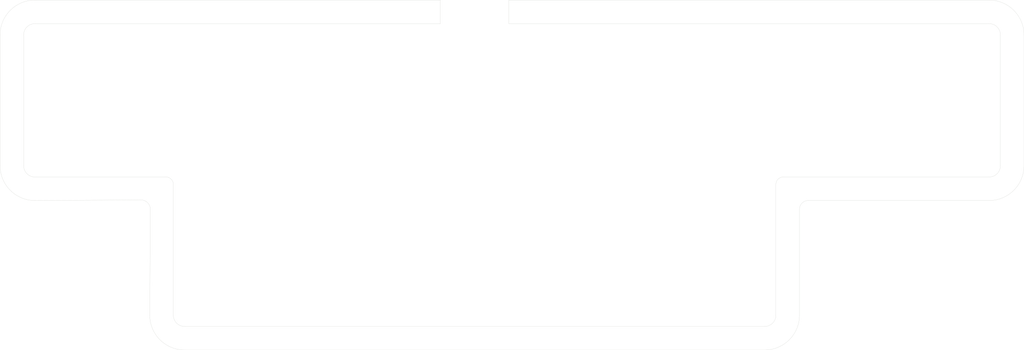
<source format=kicad_pcb>
(kicad_pcb (version 20210228) (generator pcbnew)

  (general
    (thickness 1.6)
  )

  (paper "A4")
  (layers
    (0 "F.Cu" signal)
    (31 "B.Cu" signal)
    (32 "B.Adhes" user "B.Adhesive")
    (33 "F.Adhes" user "F.Adhesive")
    (34 "B.Paste" user)
    (35 "F.Paste" user)
    (36 "B.SilkS" user "B.Silkscreen")
    (37 "F.SilkS" user "F.Silkscreen")
    (38 "B.Mask" user)
    (39 "F.Mask" user)
    (40 "Dwgs.User" user "User.Drawings")
    (41 "Cmts.User" user "User.Comments")
    (42 "Eco1.User" user "User.Eco1")
    (43 "Eco2.User" user "User.Eco2")
    (44 "Edge.Cuts" user)
    (45 "Margin" user)
    (46 "B.CrtYd" user "B.Courtyard")
    (47 "F.CrtYd" user "F.Courtyard")
    (48 "B.Fab" user)
    (49 "F.Fab" user)
  )

  (setup
    (pad_to_mask_clearance 0)
    (pcbplotparams
      (layerselection 0x00010f0_ffffffff)
      (disableapertmacros false)
      (usegerberextensions true)
      (usegerberattributes false)
      (usegerberadvancedattributes false)
      (creategerberjobfile false)
      (svguseinch false)
      (svgprecision 6)
      (excludeedgelayer true)
      (plotframeref false)
      (viasonmask false)
      (mode 1)
      (useauxorigin false)
      (hpglpennumber 1)
      (hpglpenspeed 20)
      (hpglpendiameter 15.000000)
      (dxfpolygonmode true)
      (dxfimperialunits true)
      (dxfusepcbnewfont true)
      (psnegative false)
      (psa4output false)
      (plotreference true)
      (plotvalue true)
      (plotinvisibletext false)
      (sketchpadsonfab false)
      (subtractmaskfromsilk true)
      (outputformat 1)
      (mirror false)
      (drillshape 0)
      (scaleselection 1)
      (outputdirectory "Gerbers/")
    )
  )


  (net 0 "")

  (gr_arc (start 30.1625 62.70625) (end 30.1625 59.825) (angle -90) (layer "Edge.Cuts") (width 0.05) (tstamp 11766efd-eaed-4954-800e-104b2619663c))
  (gr_line (start 59.38125 134.14375) (end 59.53125 107.15625) (layer "Edge.Cuts") (width 0.05) (tstamp 1a772004-d76e-47cc-a827-154c065b0f13))
  (gr_arc (start 273.05 62.70625) (end 281.93125 62.70625) (angle -90) (layer "Edge.Cuts") (width 0.05) (tstamp 1b8a67ca-0b6f-4ff0-a00d-3e7c744ba0e0))
  (gr_arc (start 215.9 134.14375) (end 215.9 137.025) (angle -90) (layer "Edge.Cuts") (width 0.05) (tstamp 1eaf7fac-22ee-4c12-948f-e8aae355b0e0))
  (gr_arc (start 273.05 96.04375) (end 273.05 98.925) (angle -90) (layer "Edge.Cuts") (width 0.05) (tstamp 1f828edc-09b8-47a6-8a21-5ff4fa7117fa))
  (gr_line (start 215.9 143.025) (end 68.2625 143.025) (layer "Edge.Cuts") (width 0.05) (tstamp 207223ed-b2d9-4a5d-a268-1c3a77417583))
  (gr_line (start 65.38125 134.14375) (end 65.38125 100.80625) (layer "Edge.Cuts") (width 0.05) (tstamp 2517051d-ac39-4c83-bcf2-bb6c5f7bca95))
  (gr_line (start 281.93125 62.70625) (end 281.93125 96.04375) (layer "Edge.Cuts") (width 0.05) (tstamp 295cbff8-ffd7-4abd-b9fc-5e27cee97f47))
  (gr_line (start 133.35 53.825) (end 30.1625 53.825) (layer "Edge.Cuts") (width 0.05) (tstamp 2afa4703-9535-434e-8a28-0892172a991d))
  (gr_arc (start 30.1625 62.70625) (end 30.1625 53.825) (angle -90) (layer "Edge.Cuts") (width 0.05) (tstamp 362b3b74-a474-46b7-9036-565bd360fa5e))
  (gr_line (start 218.78125 100.80625) (end 218.78125 134.14375) (layer "Edge.Cuts") (width 0.05) (tstamp 3abea509-12d5-43b0-9020-c1a62cb89aff))
  (gr_line (start 275.93125 62.70625) (end 275.93125 96.04375) (layer "Edge.Cuts") (width 0.05) (tstamp 3ff830b2-a160-4458-ab54-6f60376d0840))
  (gr_arc (start 30.1625 96.04375) (end 21.28125 96.04375) (angle -90) (layer "Edge.Cuts") (width 0.05) (tstamp 501c0227-1dc1-4d56-a351-ff5199f43efc))
  (gr_arc (start 220.6625 100.80625) (end 220.6625 98.925) (angle -90) (layer "Edge.Cuts") (width 0.05) (tstamp 52aa7c77-c11f-4c2f-be67-423fb4bf476a))
  (gr_line (start 224.78125 134.14375) (end 224.78125 107.15625) (layer "Edge.Cuts") (width 0.05) (tstamp 5a3e3e80-673f-42dd-9e5e-72b840e0235b))
  (gr_line (start 27.28125 96.04375) (end 27.28125 62.70625) (layer "Edge.Cuts") (width 0.05) (tstamp 5f55dc7f-10c5-4191-a05a-12ed6eb66448))
  (gr_arc (start 63.5 100.80625) (end 65.38125 100.80625) (angle -90) (layer "Edge.Cuts") (width 0.05) (tstamp 62c5d156-9e51-44ac-be47-259a5c30e120))
  (gr_arc (start 57.15 107.15625) (end 59.53125 107.15625) (angle -90) (layer "Edge.Cuts") (width 0.05) (tstamp 7635c43f-511d-4a30-b872-52d7ddc972c8))
  (gr_line (start 150.8125 59.825) (end 273.05 59.825) (layer "Edge.Cuts") (width 0.05) (tstamp 78467523-dcbd-4588-a317-506041e0ed3d))
  (gr_arc (start 227.0125 107.15625) (end 227.0125 104.925) (angle -90) (layer "Edge.Cuts") (width 0.05) (tstamp 82e12ca0-79e7-4a64-98fd-90e1b9758c23))
  (gr_line (start 21.28125 96.04375) (end 21.28125 62.70625) (layer "Edge.Cuts") (width 0.05) (tstamp 87fe9c2f-d7c7-4d16-9dfa-44eedd538bb4))
  (gr_line (start 215.9 137.025) (end 68.2625 137.025) (layer "Edge.Cuts") (width 0.05) (tstamp 9355b6fe-547c-4204-b552-d5f567efc84f))
  (gr_arc (start 68.2625 134.14375) (end 65.38125 134.14375) (angle -90) (layer "Edge.Cuts") (width 0.05) (tstamp 9c0a1b0b-156c-45e4-8a09-d925e2acabf2))
  (gr_line (start 273.05 53.825) (end 150.8125 53.825) (layer "Edge.Cuts") (width 0.05) (tstamp a2fb91e7-7c08-463e-887b-62eb6ea66034))
  (gr_line (start 133.35 59.825) (end 133.35 53.825) (layer "Edge.Cuts") (width 0.05) (tstamp a467133c-2c91-4ae6-9b2d-616a4c5e462d))
  (gr_arc (start 215.9 134.14375) (end 215.9 143.025) (angle -90) (layer "Edge.Cuts") (width 0.05) (tstamp a99b6f87-2780-4753-a5e2-1f43c87b8713))
  (gr_line (start 30.1625 59.825) (end 133.35 59.825) (layer "Edge.Cuts") (width 0.05) (tstamp b5825c8c-e91d-4e84-8c98-3778c2f7f34a))
  (gr_line (start 150.8125 59.825) (end 150.8125 53.825) (layer "Edge.Cuts") (width 0.05) (tstamp d35df1a4-edbc-4cc7-8bb3-3e20a9f8ff29))
  (gr_arc (start 68.2625 134.14375) (end 59.38125 134.14375) (angle -90) (layer "Edge.Cuts") (width 0.05) (tstamp daedc2d6-c4dc-4009-b574-c9f601a67f4c))
  (gr_arc (start 273.05 62.70625) (end 275.93125 62.70625) (angle -90) (layer "Edge.Cuts") (width 0.05) (tstamp e04fb821-b62e-4fb2-b2b8-df2256a6e222))
  (gr_line (start 57.15 104.775) (end 30.1625 104.925) (layer "Edge.Cuts") (width 0.05) (tstamp e1280cc0-0435-4e15-aa0c-cee8a7d20a38))
  (gr_arc (start 30.1625 96.04375) (end 27.28125 96.04375) (angle -90) (layer "Edge.Cuts") (width 0.05) (tstamp e5fb5491-a6bb-4ced-8ce6-3dca952c2205))
  (gr_arc (start 273.05 96.04375) (end 273.05 104.925) (angle -90) (layer "Edge.Cuts") (width 0.05) (tstamp e6619ca0-3ada-4723-98dc-25ff85db34ef))
  (gr_line (start 63.5 98.925) (end 30.1625 98.925) (layer "Edge.Cuts") (width 0.05) (tstamp ef10d71c-bd2e-44f8-8be0-9770d95fae38))
  (gr_line (start 273.05 104.925) (end 227.0125 104.925) (layer "Edge.Cuts") (width 0.05) (tstamp f8577aec-c13c-4c80-9a0e-e36ac53adbc9))
  (gr_line (start 273.05 98.925) (end 220.6625 98.925) (layer "Edge.Cuts") (width 0.05) (tstamp f9474e4c-2665-4785-b795-b9dbbd3455ed))

)

</source>
